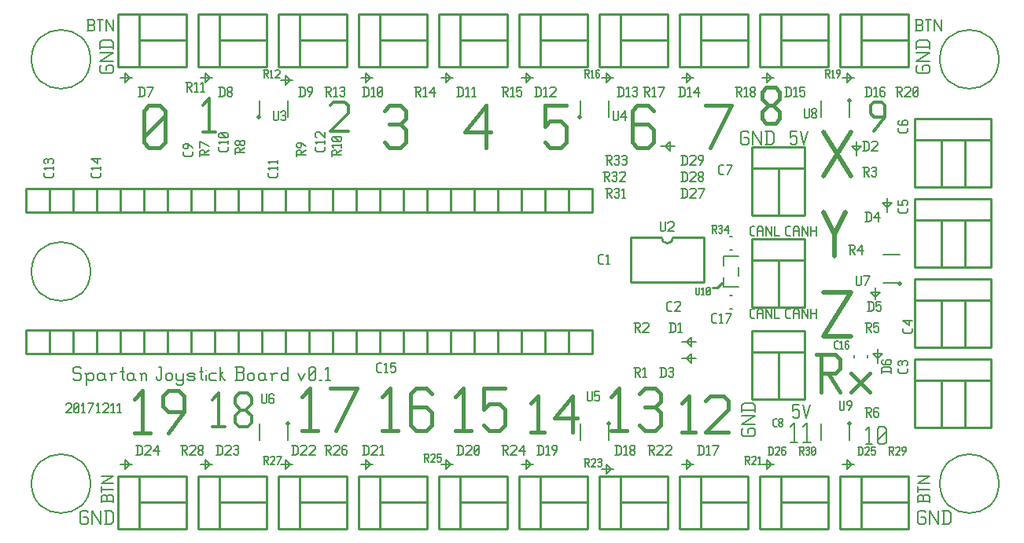
<source format=gbr>
G04 start of page 8 for group -4079 idx -4079 *
G04 Title: joystick-board, topsilk *
G04 Creator: pcb 20140316 *
G04 CreationDate: Mon 11 Dec 2017 05:03:33 PM GMT UTC *
G04 For: brian *
G04 Format: Gerber/RS-274X *
G04 PCB-Dimensions (mil): 6000.00 5000.00 *
G04 PCB-Coordinate-Origin: lower left *
%MOIN*%
%FSLAX25Y25*%
%LNTOPSILK*%
%ADD69C,0.0200*%
%ADD68C,0.0161*%
%ADD67C,0.0189*%
%ADD66C,0.0083*%
%ADD65C,0.0152*%
%ADD64C,0.0143*%
%ADD63C,0.0180*%
%ADD62C,0.0125*%
%ADD61C,0.0100*%
%ADD60C,0.0080*%
G54D60*X324000Y358000D02*X329000D01*
X328000D02*X326000Y360000D01*
Y356000D01*
X328000Y358000D01*
G54D61*X337000Y269000D02*X339000D01*
X341000Y271000D01*
G54D60*X358000Y358000D02*X363000D01*
X362000D02*X360000Y360000D01*
Y356000D01*
X362000Y358000D01*
X315000Y329000D02*X321000D01*
X317000D02*X319000Y327000D01*
Y331000D02*Y327000D01*
Y331000D02*X317000Y329000D01*
X392000Y358000D02*X397000D01*
X396000D02*X394000Y360000D01*
Y356000D01*
X396000Y358000D01*
X398000Y331000D02*Y325000D01*
Y327000D02*X400000Y329000D01*
X396000D02*X400000D01*
X396000D02*X398000Y327000D01*
X411000Y307000D02*Y301000D01*
Y303000D02*X413000Y305000D01*
X409000D02*X413000D01*
X409000D02*X411000Y303000D01*
X406000Y269000D02*Y264000D01*
Y265000D02*X408000Y267000D01*
X404000D02*X408000D01*
X404000D02*X406000Y265000D01*
X188000Y358000D02*X193000D01*
X192000D02*X190000Y360000D01*
Y356000D01*
X192000Y358000D01*
X222000D02*X227000D01*
X226000D02*X224000Y360000D01*
Y356000D01*
X226000Y358000D01*
X154000Y357000D02*X159000D01*
X158000D02*X156000Y359000D01*
Y355000D01*
X158000Y357000D01*
X120000Y358000D02*X125000D01*
X124000D02*X122000Y360000D01*
Y356000D01*
X124000Y358000D01*
X86000D02*X91000D01*
X90000D02*X88000Y360000D01*
Y356000D01*
X90000Y358000D01*
X256000D02*X261000D01*
X260000D02*X258000Y360000D01*
Y356000D01*
X260000Y358000D01*
X290000D02*X295000D01*
X294000D02*X292000Y360000D01*
Y356000D01*
X294000Y358000D01*
X86000Y194000D02*X91000D01*
X90000D02*X88000Y196000D01*
Y192000D01*
X90000Y194000D01*
X120000D02*X125000D01*
X124000D02*X122000Y196000D01*
Y192000D01*
X124000Y194000D01*
X154000D02*X159000D01*
X158000D02*X156000Y196000D01*
Y192000D01*
X158000Y194000D01*
X188000D02*X193000D01*
X192000D02*X190000Y196000D01*
Y192000D01*
X192000Y194000D01*
X222000D02*X227000D01*
X256000D02*X261000D01*
X260000D02*X258000Y196000D01*
Y192000D01*
X260000Y194000D01*
X226000D02*X224000Y196000D01*
Y192000D01*
X226000Y194000D01*
X290000Y192000D02*X295000D01*
X294000D02*X292000Y194000D01*
Y190000D01*
X294000Y192000D01*
X324000Y194000D02*X329000D01*
X328000D02*X326000Y196000D01*
Y192000D01*
X328000Y194000D01*
X324000Y239000D02*X330000D01*
X324000Y246000D02*X330000D01*
X326000D02*X328000Y244000D01*
Y248000D02*Y244000D01*
Y248000D02*X326000Y246000D01*
Y239000D02*X328000Y237000D01*
Y241000D02*Y237000D01*
Y241000D02*X326000Y239000D01*
X358000Y194000D02*X363000D01*
X362000D02*X360000Y196000D01*
Y192000D01*
X362000Y194000D01*
X392000D02*X397000D01*
X396000D02*X394000Y196000D01*
Y192000D01*
X396000Y194000D01*
X407000Y243000D02*Y237000D01*
Y239000D02*X409000Y241000D01*
X405000D02*X409000D01*
X405000D02*X407000Y239000D01*
X68840Y235580D02*X69550Y234870D01*
X66710Y235580D02*X68840D01*
X66000Y234870D02*X66710Y235580D01*
X66000Y234870D02*Y233450D01*
X66710Y232740D01*
X68840D01*
X69550Y232030D01*
Y230610D01*
X68840Y229900D02*X69550Y230610D01*
X66710Y229900D02*X68840D01*
X66000Y230610D02*X66710Y229900D01*
X71964Y232030D02*Y227770D01*
X71254Y232740D02*X71964Y232030D01*
X72674Y232740D01*
X74094D01*
X74804Y232030D01*
Y230610D01*
X74094Y229900D02*X74804Y230610D01*
X72674Y229900D02*X74094D01*
X71964Y230610D02*X72674Y229900D01*
X78638Y232740D02*X79348Y232030D01*
X77218Y232740D02*X78638D01*
X76508Y232030D02*X77218Y232740D01*
X76508Y232030D02*Y230610D01*
X77218Y229900D01*
X79348Y232740D02*Y230610D01*
X80058Y229900D01*
X77218D02*X78638D01*
X79348Y230610D01*
X82472Y232030D02*Y229900D01*
Y232030D02*X83182Y232740D01*
X84602D01*
X81762D02*X82472Y232030D01*
X87016Y235580D02*Y230610D01*
X87726Y229900D01*
X86306Y233450D02*X87726D01*
X91276Y232740D02*X91986Y232030D01*
X89856Y232740D02*X91276D01*
X89146Y232030D02*X89856Y232740D01*
X89146Y232030D02*Y230610D01*
X89856Y229900D01*
X91986Y232740D02*Y230610D01*
X92696Y229900D01*
X89856D02*X91276D01*
X91986Y230610D01*
X95110Y232030D02*Y229900D01*
Y232030D02*X95820Y232740D01*
X96530D01*
X97240Y232030D01*
Y229900D01*
X94400Y232740D02*X95110Y232030D01*
X102494Y235580D02*X103630D01*
Y230610D01*
X102920Y229900D02*X103630Y230610D01*
X102210Y229900D02*X102920D01*
X101500Y230610D02*X102210Y229900D01*
X101500Y231320D02*Y230610D01*
X105334Y232030D02*Y230610D01*
Y232030D02*X106044Y232740D01*
X107464D01*
X108174Y232030D01*
Y230610D01*
X107464Y229900D02*X108174Y230610D01*
X106044Y229900D02*X107464D01*
X105334Y230610D02*X106044Y229900D01*
X109878Y232740D02*Y230610D01*
X110588Y229900D01*
X112718Y232740D02*Y228480D01*
X112008Y227770D02*X112718Y228480D01*
X110588Y227770D02*X112008D01*
X109878Y228480D02*X110588Y227770D01*
Y229900D02*X112008D01*
X112718Y230610D01*
X115132Y229900D02*X117262D01*
X117972Y230610D01*
X117262Y231320D02*X117972Y230610D01*
X115132Y231320D02*X117262D01*
X114422Y232030D02*X115132Y231320D01*
X114422Y232030D02*X115132Y232740D01*
X117262D01*
X117972Y232030D01*
X114422Y230610D02*X115132Y229900D01*
X120386Y235580D02*Y230610D01*
X121096Y229900D01*
X119676Y233450D02*X121096D01*
X122516Y234160D02*Y234018D01*
Y232030D02*Y229900D01*
X124646Y232740D02*X126776D01*
X123936Y232030D02*X124646Y232740D01*
X123936Y232030D02*Y230610D01*
X124646Y229900D01*
X126776D01*
X128480Y235580D02*Y229900D01*
Y232030D02*X130610Y229900D01*
X128480Y232030D02*X129900Y233450D01*
X134870Y229900D02*X137710D01*
X138420Y230610D01*
Y232314D02*Y230610D01*
X137710Y233024D02*X138420Y232314D01*
X135580Y233024D02*X137710D01*
X135580Y235580D02*Y229900D01*
X134870Y235580D02*X137710D01*
X138420Y234870D01*
Y233734D01*
X137710Y233024D02*X138420Y233734D01*
X140124Y232030D02*Y230610D01*
Y232030D02*X140834Y232740D01*
X142254D01*
X142964Y232030D01*
Y230610D01*
X142254Y229900D02*X142964Y230610D01*
X140834Y229900D02*X142254D01*
X140124Y230610D02*X140834Y229900D01*
X146798Y232740D02*X147508Y232030D01*
X145378Y232740D02*X146798D01*
X144668Y232030D02*X145378Y232740D01*
X144668Y232030D02*Y230610D01*
X145378Y229900D01*
X147508Y232740D02*Y230610D01*
X148218Y229900D01*
X145378D02*X146798D01*
X147508Y230610D01*
X150632Y232030D02*Y229900D01*
Y232030D02*X151342Y232740D01*
X152762D01*
X149922D02*X150632Y232030D01*
X157306Y235580D02*Y229900D01*
X156596D02*X157306Y230610D01*
X155176Y229900D02*X156596D01*
X154466Y230610D02*X155176Y229900D01*
X154466Y232030D02*Y230610D01*
Y232030D02*X155176Y232740D01*
X156596D01*
X157306Y232030D01*
X161566Y232740D02*X162986Y229900D01*
X164406Y232740D02*X162986Y229900D01*
X166110Y230610D02*X166820Y229900D01*
X166110Y234870D02*Y230610D01*
Y234870D02*X166820Y235580D01*
X168240D01*
X168950Y234870D01*
Y230610D01*
X168240Y229900D02*X168950Y230610D01*
X166820Y229900D02*X168240D01*
X166110Y231320D02*X168950Y234160D01*
X170654Y229900D02*X171364D01*
X173068Y234444D02*X174204Y235580D01*
Y229900D01*
X173068D02*X175198D01*
X63000Y219530D02*X63490Y220020D01*
X64960D01*
X65450Y219530D01*
Y218550D01*
X63000Y216100D02*X65450Y218550D01*
X63000Y216100D02*X65450D01*
X66626Y216590D02*X67116Y216100D01*
X66626Y219530D02*Y216590D01*
Y219530D02*X67116Y220020D01*
X68096D01*
X68586Y219530D01*
Y216590D01*
X68096Y216100D02*X68586Y216590D01*
X67116Y216100D02*X68096D01*
X66626Y217080D02*X68586Y219040D01*
X69762Y219236D02*X70546Y220020D01*
Y216100D01*
X69762D02*X71232D01*
X72898D02*X74858Y220020D01*
X72408D02*X74858D01*
X76034Y219236D02*X76818Y220020D01*
Y216100D01*
X76034D02*X77504D01*
X78680Y219530D02*X79170Y220020D01*
X80640D01*
X81130Y219530D01*
Y218550D01*
X78680Y216100D02*X81130Y218550D01*
X78680Y216100D02*X81130D01*
X82306Y219236D02*X83090Y220020D01*
Y216100D01*
X82306D02*X83776D01*
X84952Y219236D02*X85736Y220020D01*
Y216100D01*
X84952D02*X86422D01*
G54D62*X175000Y346320D02*X176560Y347880D01*
X181240D01*
X182800Y346320D01*
Y343200D01*
X175000Y335400D02*X182800Y343200D01*
X175000Y335400D02*X182800D01*
G54D63*X198000Y344250D02*X200250Y346500D01*
X204750D01*
X207000Y344250D01*
X204750Y328500D02*X207000Y330750D01*
X200250Y328500D02*X204750D01*
X198000Y330750D02*X200250Y328500D01*
Y338400D02*X204750D01*
X207000Y344250D02*Y340650D01*
Y336150D02*Y330750D01*
Y336150D02*X204750Y338400D01*
X207000Y340650D02*X204750Y338400D01*
X232000Y335250D02*X241000Y346500D01*
X232000Y335250D02*X243250D01*
X241000Y346500D02*Y328500D01*
G54D64*X125000Y221556D02*X127864Y224420D01*
Y210100D01*
X125000D02*X130370D01*
X134666Y211890D02*X136456Y210100D01*
X134666Y214754D02*Y211890D01*
Y214754D02*X137172Y217260D01*
X139320D01*
X141826Y214754D01*
Y211890D01*
X140036Y210100D02*X141826Y211890D01*
X136456Y210100D02*X140036D01*
X134666Y219766D02*X137172Y217260D01*
X134666Y222630D02*Y219766D01*
Y222630D02*X136456Y224420D01*
X140036D01*
X141826Y222630D01*
Y219766D01*
X139320Y217260D02*X141826Y219766D01*
G54D63*X163000Y222900D02*X166600Y226500D01*
Y208500D01*
X163000D02*X169750D01*
X177400D02*X186400Y226500D01*
X175150D02*X186400D01*
X197000Y222900D02*X200600Y226500D01*
Y208500D01*
X197000D02*X203750D01*
X215900Y226500D02*X218150Y224250D01*
X211400Y226500D02*X215900D01*
X209150Y224250D02*X211400Y226500D01*
X209150Y224250D02*Y210750D01*
X211400Y208500D01*
X215900Y218400D02*X218150Y216150D01*
X209150Y218400D02*X215900D01*
X211400Y208500D02*X215900D01*
X218150Y210750D01*
Y216150D02*Y210750D01*
X228000Y222900D02*X231600Y226500D01*
Y208500D01*
X228000D02*X234750D01*
X240150Y226500D02*X249150D01*
X240150D02*Y217500D01*
X242400Y219750D01*
X246900D01*
X249150Y217500D01*
Y210750D01*
X246900Y208500D02*X249150Y210750D01*
X242400Y208500D02*X246900D01*
X240150Y210750D02*X242400Y208500D01*
X96000Y330750D02*X98250Y328500D01*
X96000Y344250D02*Y330750D01*
Y344250D02*X98250Y346500D01*
X102750D01*
X105000Y344250D01*
Y330750D01*
X102750Y328500D02*X105000Y330750D01*
X98250Y328500D02*X102750D01*
X96000Y333000D02*X105000Y342000D01*
G54D64*X121000Y346556D02*X123864Y349420D01*
Y335100D01*
X121000D02*X126370D01*
G54D60*X77420Y362840D02*X78130Y363550D01*
X77420Y362840D02*Y360710D01*
X78130Y360000D02*X77420Y360710D01*
X78130Y360000D02*X82390D01*
X83100Y360710D01*
Y362840D02*Y360710D01*
Y362840D02*X82390Y363550D01*
X80970D02*X82390D01*
X80260Y362840D02*X80970Y363550D01*
X80260Y362840D02*Y361420D01*
X77420Y365254D02*X83100D01*
X77420D02*X83100Y368804D01*
X77420D02*X83100D01*
X77420Y371218D02*X83100D01*
X77420Y373064D02*X78414Y374058D01*
X82106D01*
X83100Y373064D02*X82106Y374058D01*
X83100Y373064D02*Y370508D01*
X77420Y373064D02*Y370508D01*
X72000Y378000D02*X74400D01*
X75000Y378600D01*
Y380040D02*Y378600D01*
X74400Y380640D02*X75000Y380040D01*
X72600Y380640D02*X74400D01*
X72600Y382800D02*Y378000D01*
X72000Y382800D02*X74400D01*
X75000Y382200D01*
Y381240D01*
X74400Y380640D02*X75000Y381240D01*
X76440Y382800D02*X78840D01*
X77640D02*Y378000D01*
X80280Y382800D02*Y378000D01*
Y382800D02*X83280Y378000D01*
Y382800D02*Y378000D01*
X71840Y174580D02*X72550Y173870D01*
X69710Y174580D02*X71840D01*
X69000Y173870D02*X69710Y174580D01*
X69000Y173870D02*Y169610D01*
X69710Y168900D01*
X71840D01*
X72550Y169610D01*
Y171030D02*Y169610D01*
X71840Y171740D02*X72550Y171030D01*
X70420Y171740D02*X71840D01*
X74254Y174580D02*Y168900D01*
Y174580D02*X77804Y168900D01*
Y174580D02*Y168900D01*
X80218Y174580D02*Y168900D01*
X82064Y174580D02*X83058Y173586D01*
Y169894D01*
X82064Y168900D02*X83058Y169894D01*
X79508Y168900D02*X82064D01*
X79508Y174580D02*X82064D01*
X83000Y180400D02*Y178000D01*
Y180400D02*X82400Y181000D01*
X80960D02*X82400D01*
X80360Y180400D02*X80960Y181000D01*
X80360Y180400D02*Y178600D01*
X78200D02*X83000D01*
X78200Y180400D02*Y178000D01*
Y180400D02*X78800Y181000D01*
X79760D01*
X80360Y180400D02*X79760Y181000D01*
X78200Y184840D02*Y182440D01*
Y183640D02*X83000D01*
X78200Y186280D02*X83000D01*
X78200D02*X83000Y189280D01*
X78200D02*X83000D01*
G54D63*X92000Y221900D02*X95600Y225500D01*
Y207500D01*
X92000D02*X98750D01*
X106400D02*X113150Y216500D01*
Y223250D02*Y216500D01*
X110900Y225500D02*X113150Y223250D01*
X106400Y225500D02*X110900D01*
X104150Y223250D02*X106400Y225500D01*
X104150Y223250D02*Y218750D01*
X106400Y216500D01*
X113150D01*
X266000Y346500D02*X275000D01*
X266000D02*Y337500D01*
X268250Y339750D01*
X272750D01*
X275000Y337500D01*
Y330750D01*
X272750Y328500D02*X275000Y330750D01*
X268250Y328500D02*X272750D01*
X266000Y330750D02*X268250Y328500D01*
X309750Y346500D02*X312000Y344250D01*
X305250Y346500D02*X309750D01*
X303000Y344250D02*X305250Y346500D01*
X303000Y344250D02*Y330750D01*
X305250Y328500D01*
X309750Y338400D02*X312000Y336150D01*
X303000Y338400D02*X309750D01*
X305250Y328500D02*X309750D01*
X312000Y330750D01*
Y336150D02*Y330750D01*
X336250Y328500D02*X345250Y346500D01*
X334000D02*X345250D01*
G54D60*X351840Y335580D02*X352550Y334870D01*
X349710Y335580D02*X351840D01*
X349000Y334870D02*X349710Y335580D01*
X349000Y334870D02*Y330610D01*
X349710Y329900D01*
X351840D01*
X352550Y330610D01*
Y332030D02*Y330610D01*
X351840Y332740D02*X352550Y332030D01*
X350420Y332740D02*X351840D01*
X354254Y335580D02*Y329900D01*
Y335580D02*X357804Y329900D01*
Y335580D02*Y329900D01*
X360218Y335580D02*Y329900D01*
X362064Y335580D02*X363058Y334586D01*
Y330894D01*
X362064Y329900D02*X363058Y330894D01*
X359508Y329900D02*X362064D01*
X359508Y335580D02*X362064D01*
G54D65*X358000Y340855D02*X359905Y338950D01*
X358000Y343903D02*Y340855D01*
Y343903D02*X360667Y346570D01*
X362953D01*
X365620Y343903D01*
Y340855D01*
X363715Y338950D02*X365620Y340855D01*
X359905Y338950D02*X363715D01*
X358000Y349237D02*X360667Y346570D01*
X358000Y352285D02*Y349237D01*
Y352285D02*X359905Y354190D01*
X363715D01*
X365620Y352285D01*
Y349237D01*
X362953Y346570D02*X365620Y349237D01*
G54D62*X405560Y335400D02*X410240Y341640D01*
Y346320D02*Y341640D01*
X408680Y347880D02*X410240Y346320D01*
X405560Y347880D02*X408680D01*
X404000Y346320D02*X405560Y347880D01*
X404000Y346320D02*Y343200D01*
X405560Y341640D01*
X410240D01*
G54D60*X423420Y362840D02*X424130Y363550D01*
X423420Y362840D02*Y360710D01*
X424130Y360000D02*X423420Y360710D01*
X424130Y360000D02*X428390D01*
X429100Y360710D01*
Y362840D02*Y360710D01*
Y362840D02*X428390Y363550D01*
X426970D02*X428390D01*
X426260Y362840D02*X426970Y363550D01*
X426260Y362840D02*Y361420D01*
X423420Y365254D02*X429100D01*
X423420D02*X429100Y368804D01*
X423420D02*X429100D01*
X423420Y371218D02*X429100D01*
X423420Y373064D02*X424414Y374058D01*
X428106D01*
X429100Y373064D02*X428106Y374058D01*
X429100Y373064D02*Y370508D01*
X423420Y373064D02*Y370508D01*
X423000Y378000D02*X425400D01*
X426000Y378600D01*
Y380040D02*Y378600D01*
X425400Y380640D02*X426000Y380040D01*
X423600Y380640D02*X425400D01*
X423600Y382800D02*Y378000D01*
X423000Y382800D02*X425400D01*
X426000Y382200D01*
Y381240D01*
X425400Y380640D02*X426000Y381240D01*
X427440Y382800D02*X429840D01*
X428640D02*Y378000D01*
X431280Y382800D02*Y378000D01*
Y382800D02*X434280Y378000D01*
Y382800D02*Y378000D01*
X370000Y335580D02*X372840D01*
X370000D02*Y332740D01*
X370710Y333450D01*
X372130D01*
X372840Y332740D01*
Y330610D01*
X372130Y329900D02*X372840Y330610D01*
X370710Y329900D02*X372130D01*
X370000Y330610D02*X370710Y329900D01*
X374544Y335580D02*X375964Y329900D01*
X377384Y335580D01*
X426840Y174580D02*X427550Y173870D01*
X424710Y174580D02*X426840D01*
X424000Y173870D02*X424710Y174580D01*
X424000Y173870D02*Y169610D01*
X424710Y168900D01*
X426840D01*
X427550Y169610D01*
Y171030D02*Y169610D01*
X426840Y171740D02*X427550Y171030D01*
X425420Y171740D02*X426840D01*
X429254Y174580D02*Y168900D01*
Y174580D02*X432804Y168900D01*
Y174580D02*Y168900D01*
X435218Y174580D02*Y168900D01*
X437064Y174580D02*X438058Y173586D01*
Y169894D01*
X437064Y168900D02*X438058Y169894D01*
X434508Y168900D02*X437064D01*
X434508Y174580D02*X437064D01*
X429000Y180400D02*Y178000D01*
Y180400D02*X428400Y181000D01*
X426960D02*X428400D01*
X426360Y180400D02*X426960Y181000D01*
X426360Y180400D02*Y178600D01*
X424200D02*X429000D01*
X424200Y180400D02*Y178000D01*
Y180400D02*X424800Y181000D01*
X425760D01*
X426360Y180400D02*X425760Y181000D01*
X424200Y184840D02*Y182440D01*
Y183640D02*X429000D01*
X424200Y186280D02*X429000D01*
X424200D02*X429000Y189280D01*
X424200D02*X429000D01*
G54D65*X260000Y220142D02*X263048Y223190D01*
Y207950D01*
X260000D02*X265715D01*
X270287Y213665D02*X277907Y223190D01*
X270287Y213665D02*X279812D01*
X277907Y223190D02*Y207950D01*
G54D63*X294000Y222900D02*X297600Y226500D01*
Y208500D01*
X294000D02*X300750D01*
X306150Y224250D02*X308400Y226500D01*
X312900D01*
X315150Y224250D01*
X312900Y208500D02*X315150Y210750D01*
X308400Y208500D02*X312900D01*
X306150Y210750D02*X308400Y208500D01*
Y218400D02*X312900D01*
X315150Y224250D02*Y220650D01*
Y216150D02*Y210750D01*
Y216150D02*X312900Y218400D01*
X315150Y220650D02*X312900Y218400D01*
G54D65*X324000Y220142D02*X327048Y223190D01*
Y207950D01*
X324000D02*X329715D01*
X334287Y221285D02*X336192Y223190D01*
X341907D01*
X343812Y221285D01*
Y217475D01*
X334287Y207950D02*X343812Y217475D01*
X334287Y207950D02*X343812D01*
G54D60*X349420Y208840D02*X350130Y209550D01*
X349420Y208840D02*Y206710D01*
X350130Y206000D02*X349420Y206710D01*
X350130Y206000D02*X354390D01*
X355100Y206710D01*
Y208840D02*Y206710D01*
Y208840D02*X354390Y209550D01*
X352970D02*X354390D01*
X352260Y208840D02*X352970Y209550D01*
X352260Y208840D02*Y207420D01*
X349420Y211254D02*X355100D01*
X349420D02*X355100Y214804D01*
X349420D02*X355100D01*
X349420Y217218D02*X355100D01*
X349420Y219064D02*X350414Y220058D01*
X354106D01*
X355100Y219064D02*X354106Y220058D01*
X355100Y219064D02*Y216508D01*
X349420Y219064D02*Y216508D01*
X371000Y219580D02*X373840D01*
X371000D02*Y216740D01*
X371710Y217450D01*
X373130D01*
X373840Y216740D01*
Y214610D01*
X373130Y213900D02*X373840Y214610D01*
X371710Y213900D02*X373130D01*
X371000Y214610D02*X371710Y213900D01*
X375544Y219580D02*X376964Y213900D01*
X378384Y219580D01*
G54D66*X370000Y210256D02*X371664Y211920D01*
Y203600D01*
X370000D02*X373120D01*
X375616Y210256D02*X377280Y211920D01*
Y203600D01*
X375616D02*X378736D01*
G54D60*X402000Y208652D02*X403488Y210140D01*
Y202700D01*
X402000D02*X404790D01*
X407022Y203630D02*X407952Y202700D01*
X407022Y209210D02*Y203630D01*
Y209210D02*X407952Y210140D01*
X409812D01*
X410742Y209210D01*
Y203630D01*
X409812Y202700D02*X410742Y203630D01*
X407952Y202700D02*X409812D01*
X407022Y204560D02*X410742Y208280D01*
G54D67*X384000Y316400D02*X395800Y335280D01*
X384000D02*X395800Y316400D01*
X384000Y301280D02*X388720Y291840D01*
X393440Y301280D01*
X388720Y291840D02*Y282400D01*
X384000Y267280D02*X395800D01*
X384000Y248400D02*X395800Y267280D01*
X384000Y248400D02*X395800D01*
G54D68*X381000Y240970D02*X389060D01*
X391075Y238955D01*
Y234925D01*
X389060Y232910D02*X391075Y234925D01*
X383015Y232910D02*X389060D01*
X383015Y240970D02*Y224850D01*
X386239Y232910D02*X391075Y224850D01*
X395911Y232910D02*X403971Y224850D01*
X395911D02*X403971Y232910D01*
G54D60*X353686Y256100D02*X354960D01*
X353000Y256786D02*X353686Y256100D01*
X353000Y259334D02*Y256786D01*
Y259334D02*X353686Y260020D01*
X354960D01*
X356136Y259040D02*Y256100D01*
Y259040D02*X356822Y260020D01*
X357900D01*
X358586Y259040D01*
Y256100D01*
X356136Y258060D02*X358586D01*
X359762Y260020D02*Y256100D01*
Y260020D02*X362212Y256100D01*
Y260020D02*Y256100D01*
X363388Y260020D02*Y256100D01*
X365348D01*
X368974D02*X370248D01*
X368288Y256786D02*X368974Y256100D01*
X368288Y259334D02*Y256786D01*
Y259334D02*X368974Y260020D01*
X370248D01*
X371424Y259040D02*Y256100D01*
Y259040D02*X372110Y260020D01*
X373188D01*
X373874Y259040D01*
Y256100D01*
X371424Y258060D02*X373874D01*
X375050Y260020D02*Y256100D01*
Y260020D02*X377500Y256100D01*
Y260020D02*Y256100D01*
X378676Y260020D02*Y256100D01*
X381126Y260020D02*Y256100D01*
X378676Y258060D02*X381126D01*
X353686Y291100D02*X354960D01*
X353000Y291786D02*X353686Y291100D01*
X353000Y294334D02*Y291786D01*
Y294334D02*X353686Y295020D01*
X354960D01*
X356136Y294040D02*Y291100D01*
Y294040D02*X356822Y295020D01*
X357900D01*
X358586Y294040D01*
Y291100D01*
X356136Y293060D02*X358586D01*
X359762Y295020D02*Y291100D01*
Y295020D02*X362212Y291100D01*
Y295020D02*Y291100D01*
X363388Y295020D02*Y291100D01*
X365348D01*
X368974D02*X370248D01*
X368288Y291786D02*X368974Y291100D01*
X368288Y294334D02*Y291786D01*
Y294334D02*X368974Y295020D01*
X370248D01*
X371424Y294040D02*Y291100D01*
Y294040D02*X372110Y295020D01*
X373188D01*
X373874Y294040D01*
Y291100D01*
X371424Y293060D02*X373874D01*
X375050Y295020D02*Y291100D01*
Y295020D02*X377500Y291100D01*
Y295020D02*Y291100D01*
X378676Y295020D02*Y291100D01*
X381126Y295020D02*Y291100D01*
X378676Y293060D02*X381126D01*
G54D61*X302500Y290500D02*Y271500D01*
X333500D01*
Y290500D01*
X302500D02*X315500D01*
X333500D02*X320500D01*
X315500D02*G75*G03X320500Y290500I2500J0D01*G01*
G54D60*X341673Y273638D02*Y269622D01*
X348327D01*
X341673Y282378D02*Y278362D01*
Y282378D02*X348327D01*
Y277969D02*Y274031D01*
X344607Y265755D02*X345393D01*
X344607Y260245D02*X345393D01*
G54D61*X353800Y328700D02*Y299700D01*
X376200Y328700D02*Y299700D01*
Y328700D02*X353800D01*
Y319700D02*X376200D01*
X365000Y299700D02*Y319700D01*
X353800Y299700D02*X376200D01*
G54D60*X344607Y285245D02*X345393D01*
X344607Y290755D02*X345393D01*
G54D61*X357300Y362800D02*X386300D01*
X357300Y385200D02*X386300D01*
X357300D02*Y362800D01*
X366300Y385200D02*Y362800D01*
Y374000D02*X386300D01*
Y385200D02*Y362800D01*
X391300D02*X420300D01*
X391300Y385200D02*X420300D01*
X391300D02*Y362800D01*
X400300Y385200D02*Y362800D01*
Y374000D02*X420300D01*
Y385200D02*Y362800D01*
G54D60*X433500Y366000D02*G75*G03X433500Y366000I12500J0D01*G01*
G54D61*X422800Y340700D02*Y311700D01*
X455200Y340700D02*Y311700D01*
Y340700D02*X422800D01*
Y331700D02*X455200D01*
X434000Y311700D02*Y331700D01*
X444000Y311700D02*Y331700D01*
X422800Y311700D02*X455200D01*
G54D69*X395299Y348543D03*
G54D60*X382996Y348445D02*Y341555D01*
X395004Y348445D02*Y341555D01*
G54D61*X422800Y306700D02*Y277700D01*
X455200Y306700D02*Y277700D01*
Y306700D02*X422800D01*
Y297700D02*X455200D01*
X434000Y277700D02*Y297700D01*
X444000Y277700D02*Y297700D01*
X422800Y277700D02*X455200D01*
X289300Y166800D02*X318300D01*
X289300Y189200D02*X318300D01*
X289300D02*Y166800D01*
X298300Y189200D02*Y166800D01*
Y178000D02*X318300D01*
Y189200D02*Y166800D01*
X323300D02*X352300D01*
X323300Y189200D02*X352300D01*
X323300D02*Y166800D01*
X332300Y189200D02*Y166800D01*
Y178000D02*X352300D01*
Y189200D02*Y166800D01*
X353800Y289700D02*Y260700D01*
X376200Y289700D02*Y260700D01*
X353800Y289700D02*X376200D01*
X353800Y280700D02*X376200D01*
X365000D02*Y260700D01*
X353800D02*X376200D01*
X353800Y250700D02*Y221700D01*
X376200Y250700D02*Y221700D01*
Y250700D02*X353800D01*
Y241700D02*X376200D01*
X365000Y221700D02*Y241700D01*
X353800Y221700D02*X376200D01*
G54D69*X416543Y270701D03*
G54D60*X409555Y283004D02*X416445D01*
X409555Y270996D02*X416445D01*
X402755Y240393D02*Y239607D01*
X397245Y240393D02*Y239607D01*
G54D61*X357300Y166800D02*X386300D01*
X357300Y189200D02*X386300D01*
X357300D02*Y166800D01*
X366300Y189200D02*Y166800D01*
Y178000D02*X386300D01*
Y189200D02*Y166800D01*
X422800Y238700D02*Y209700D01*
X455200Y238700D02*Y209700D01*
Y238700D02*X422800D01*
Y229700D02*X455200D01*
X434000Y209700D02*Y229700D01*
X444000Y209700D02*Y229700D01*
X422800Y209700D02*X455200D01*
X422800Y272700D02*Y243700D01*
X455200Y272700D02*Y243700D01*
Y272700D02*X422800D01*
Y263700D02*X455200D01*
X434000Y243700D02*Y263700D01*
X444000Y243700D02*Y263700D01*
X422800Y243700D02*X455200D01*
G54D69*X395299Y211543D03*
G54D60*X382996Y211445D02*Y204555D01*
X395004Y211445D02*Y204555D01*
G54D61*X391300Y166800D02*X420300D01*
X391300Y189200D02*X420300D01*
X391300D02*Y166800D01*
X400300Y189200D02*Y166800D01*
Y178000D02*X420300D01*
Y189200D02*Y166800D01*
G54D60*X433500Y186000D02*G75*G03X433500Y186000I12500J0D01*G01*
G54D61*X289300Y362800D02*X318300D01*
X289300Y385200D02*X318300D01*
X289300D02*Y362800D01*
X298300Y385200D02*Y362800D01*
Y374000D02*X318300D01*
Y385200D02*Y362800D01*
X323300D02*X352300D01*
X323300Y385200D02*X352300D01*
X323300D02*Y362800D01*
X332300Y385200D02*Y362800D01*
Y374000D02*X352300D01*
Y385200D02*Y362800D01*
X255300D02*X284300D01*
X255300Y385200D02*X284300D01*
X255300D02*Y362800D01*
X264300Y385200D02*Y362800D01*
Y374000D02*X284300D01*
Y385200D02*Y362800D01*
G54D69*X280701Y341457D03*
G54D60*X293004Y341555D02*Y348445D01*
X280996Y341555D02*Y348445D01*
G54D61*X46000Y301000D02*X286000D01*
Y311000D02*X46000D01*
Y301000D02*Y311000D01*
X56000Y301000D02*Y311000D01*
X66000Y301000D02*Y311000D01*
X76000Y301000D02*Y311000D01*
X86000Y301000D02*Y311000D01*
X96000Y301000D02*Y311000D01*
X106000Y301000D02*Y311000D01*
X116000Y301000D02*Y311000D01*
X126000Y301000D02*Y311000D01*
X136000Y301000D02*Y311000D01*
X146000Y301000D02*Y311000D01*
X156000Y301000D02*Y311000D01*
X166000Y301000D02*Y311000D01*
X176000Y301000D02*Y311000D01*
X186000Y301000D02*Y311000D01*
X196000Y301000D02*Y311000D01*
X206000Y301000D02*Y311000D01*
X216000Y301000D02*Y311000D01*
X226000Y301000D02*Y311000D01*
X236000Y301000D02*Y311000D01*
X246000Y301000D02*Y311000D01*
X256000Y301000D02*Y311000D01*
X266000Y301000D02*Y311000D01*
X276000Y301000D02*Y311000D01*
X286000Y301000D02*Y311000D01*
X46000Y241000D02*X286000D01*
Y251000D02*X46000D01*
Y241000D02*Y251000D01*
X56000Y241000D02*Y251000D01*
X66000Y241000D02*Y251000D01*
X76000Y241000D02*Y251000D01*
X86000Y241000D02*Y251000D01*
X96000Y241000D02*Y251000D01*
X106000Y241000D02*Y251000D01*
X116000Y241000D02*Y251000D01*
X126000Y241000D02*Y251000D01*
X136000Y241000D02*Y251000D01*
X146000Y241000D02*Y251000D01*
X156000Y241000D02*Y251000D01*
X166000Y241000D02*Y251000D01*
X176000Y241000D02*Y251000D01*
X186000Y241000D02*Y251000D01*
X196000Y241000D02*Y251000D01*
X206000Y241000D02*Y251000D01*
X216000Y241000D02*Y251000D01*
X226000Y241000D02*Y251000D01*
X236000Y241000D02*Y251000D01*
X246000Y241000D02*Y251000D01*
X256000Y241000D02*Y251000D01*
X266000Y241000D02*Y251000D01*
X276000Y241000D02*Y251000D01*
X286000Y241000D02*Y251000D01*
G54D60*X48500Y276000D02*G75*G03X48500Y276000I12500J0D01*G01*
G54D61*X187300Y166800D02*X216300D01*
X187300Y189200D02*X216300D01*
X187300D02*Y166800D01*
X196300Y189200D02*Y166800D01*
Y178000D02*X216300D01*
Y189200D02*Y166800D01*
X221300D02*X250300D01*
X221300Y189200D02*X250300D01*
X221300D02*Y166800D01*
X230300Y189200D02*Y166800D01*
Y178000D02*X250300D01*
Y189200D02*Y166800D01*
X255300D02*X284300D01*
X255300Y189200D02*X284300D01*
X255300D02*Y166800D01*
X264300Y189200D02*Y166800D01*
Y178000D02*X284300D01*
Y189200D02*Y166800D01*
G54D69*X293299Y211543D03*
G54D60*X280996Y211445D02*Y204555D01*
X293004Y211445D02*Y204555D01*
G54D61*X221300Y362800D02*X250300D01*
X221300Y385200D02*X250300D01*
X221300D02*Y362800D01*
X230300Y385200D02*Y362800D01*
Y374000D02*X250300D01*
Y385200D02*Y362800D01*
X187300D02*X216300D01*
X187300Y385200D02*X216300D01*
X187300D02*Y362800D01*
X196300Y385200D02*Y362800D01*
Y374000D02*X216300D01*
Y385200D02*Y362800D01*
X85300Y166800D02*X114300D01*
X85300Y189200D02*X114300D01*
X85300D02*Y166800D01*
X94300Y189200D02*Y166800D01*
Y178000D02*X114300D01*
Y189200D02*Y166800D01*
X119300D02*X148300D01*
X119300Y189200D02*X148300D01*
X119300D02*Y166800D01*
X128300Y189200D02*Y166800D01*
Y178000D02*X148300D01*
Y189200D02*Y166800D01*
X153300D02*X182300D01*
X153300Y189200D02*X182300D01*
X153300D02*Y166800D01*
X162300Y189200D02*Y166800D01*
Y178000D02*X182300D01*
Y189200D02*Y166800D01*
G54D60*X48500Y186000D02*G75*G03X48500Y186000I12500J0D01*G01*
G54D69*X157299Y211543D03*
G54D60*X144996Y211445D02*Y204555D01*
X157004Y211445D02*Y204555D01*
G54D69*X144701Y341457D03*
G54D60*X157004Y341555D02*Y348445D01*
X144996Y341555D02*Y348445D01*
G54D61*X153300Y362800D02*X182300D01*
X153300Y385200D02*X182300D01*
X153300D02*Y362800D01*
X162300Y385200D02*Y362800D01*
Y374000D02*X182300D01*
Y385200D02*Y362800D01*
X119300D02*X148300D01*
X119300Y385200D02*X148300D01*
X119300D02*Y362800D01*
X128300Y385200D02*Y362800D01*
Y374000D02*X148300D01*
Y385200D02*Y362800D01*
X85300D02*X114300D01*
X85300Y385200D02*X114300D01*
X85300D02*Y362800D01*
X94300Y385200D02*Y362800D01*
Y374000D02*X114300D01*
Y385200D02*Y362800D01*
G54D60*X48500Y366000D02*G75*G03X48500Y366000I12500J0D01*G01*
X93350Y202150D02*Y198150D01*
X94650Y202150D02*X95350Y201450D01*
Y198850D01*
X94650Y198150D02*X95350Y198850D01*
X92850Y198150D02*X94650D01*
X92850Y202150D02*X94650D01*
X96550Y201650D02*X97050Y202150D01*
X98550D01*
X99050Y201650D01*
Y200650D01*
X96550Y198150D02*X99050Y200650D01*
X96550Y198150D02*X99050D01*
X100250Y199650D02*X102250Y202150D01*
X100250Y199650D02*X102750D01*
X102250Y202150D02*Y198150D01*
X127350Y202150D02*Y198150D01*
X128650Y202150D02*X129350Y201450D01*
Y198850D01*
X128650Y198150D02*X129350Y198850D01*
X126850Y198150D02*X128650D01*
X126850Y202150D02*X128650D01*
X130550Y201650D02*X131050Y202150D01*
X132550D01*
X133050Y201650D01*
Y200650D01*
X130550Y198150D02*X133050Y200650D01*
X130550Y198150D02*X133050D01*
X134250Y201650D02*X134750Y202150D01*
X135750D01*
X136250Y201650D01*
X135750Y198150D02*X136250Y198650D01*
X134750Y198150D02*X135750D01*
X134250Y198650D02*X134750Y198150D01*
Y200350D02*X135750D01*
X136250Y201650D02*Y200850D01*
Y199850D02*Y198650D01*
Y199850D02*X135750Y200350D01*
X136250Y200850D02*X135750Y200350D01*
X111850Y202150D02*X113850D01*
X114350Y201650D01*
Y200650D01*
X113850Y200150D02*X114350Y200650D01*
X112350Y200150D02*X113850D01*
X112350Y202150D02*Y198150D01*
X113150Y200150D02*X114350Y198150D01*
X115550Y201650D02*X116050Y202150D01*
X117550D01*
X118050Y201650D01*
Y200650D01*
X115550Y198150D02*X118050Y200650D01*
X115550Y198150D02*X118050D01*
X119250Y198650D02*X119750Y198150D01*
X119250Y199450D02*Y198650D01*
Y199450D02*X119950Y200150D01*
X120550D01*
X121250Y199450D01*
Y198650D01*
X120750Y198150D02*X121250Y198650D01*
X119750Y198150D02*X120750D01*
X119250Y200850D02*X119950Y200150D01*
X119250Y201650D02*Y200850D01*
Y201650D02*X119750Y202150D01*
X120750D01*
X121250Y201650D01*
Y200850D01*
X120550Y200150D02*X121250Y200850D01*
X146000Y224000D02*Y220500D01*
X146500Y220000D01*
X147500D01*
X148000Y220500D01*
Y224000D02*Y220500D01*
X150700Y224000D02*X151200Y223500D01*
X149700Y224000D02*X150700D01*
X149200Y223500D02*X149700Y224000D01*
X149200Y223500D02*Y220500D01*
X149700Y220000D01*
X150700Y222200D02*X151200Y221700D01*
X149200Y222200D02*X150700D01*
X149700Y220000D02*X150700D01*
X151200Y220500D01*
Y221700D02*Y220500D01*
X146850Y197380D02*X148390D01*
X148775Y196995D01*
Y196225D01*
X148390Y195840D02*X148775Y196225D01*
X147235Y195840D02*X148390D01*
X147235Y197380D02*Y194300D01*
X147851Y195840D02*X148775Y194300D01*
X149699Y196995D02*X150084Y197380D01*
X151239D01*
X151624Y196995D01*
Y196225D01*
X149699Y194300D02*X151624Y196225D01*
X149699Y194300D02*X151624D01*
X152933D02*X154473Y197380D01*
X152548D02*X154473D01*
X159350Y202150D02*Y198150D01*
X160650Y202150D02*X161350Y201450D01*
Y198850D01*
X160650Y198150D02*X161350Y198850D01*
X158850Y198150D02*X160650D01*
X158850Y202150D02*X160650D01*
X162550Y201650D02*X163050Y202150D01*
X164550D01*
X165050Y201650D01*
Y200650D01*
X162550Y198150D02*X165050Y200650D01*
X162550Y198150D02*X165050D01*
X166250Y201650D02*X166750Y202150D01*
X168250D01*
X168750Y201650D01*
Y200650D01*
X166250Y198150D02*X168750Y200650D01*
X166250Y198150D02*X168750D01*
X77850Y317850D02*Y316550D01*
X77150Y315850D02*X77850Y316550D01*
X74550Y315850D02*X77150D01*
X74550D02*X73850Y316550D01*
Y317850D02*Y316550D01*
X74650Y319050D02*X73850Y319850D01*
X77850D01*
Y320550D02*Y319050D01*
X76350Y321750D02*X73850Y323750D01*
X76350Y324250D02*Y321750D01*
X73850Y323750D02*X77850D01*
X57850Y317850D02*Y316550D01*
X57150Y315850D02*X57850Y316550D01*
X54550Y315850D02*X57150D01*
X54550D02*X53850Y316550D01*
Y317850D02*Y316550D01*
X54650Y319050D02*X53850Y319850D01*
X57850D01*
Y320550D02*Y319050D01*
X54350Y321750D02*X53850Y322250D01*
Y323250D02*Y322250D01*
Y323250D02*X54350Y323750D01*
X57850Y323250D02*X57350Y323750D01*
X57850Y323250D02*Y322250D01*
X57350Y321750D02*X57850Y322250D01*
X55650Y323250D02*Y322250D01*
X54350Y323750D02*X55150D01*
X56150D02*X57350D01*
X56150D02*X55650Y323250D01*
X55150Y323750D02*X55650Y323250D01*
X152850Y317850D02*Y316550D01*
X152150Y315850D02*X152850Y316550D01*
X149550Y315850D02*X152150D01*
X149550D02*X148850Y316550D01*
Y317850D02*Y316550D01*
X149650Y319050D02*X148850Y319850D01*
X152850D01*
Y320550D02*Y319050D01*
X149650Y321750D02*X148850Y322550D01*
X152850D01*
Y323250D02*Y321750D01*
X160850Y326850D02*Y324850D01*
Y326850D02*X161350Y327350D01*
X162350D01*
X162850Y326850D02*X162350Y327350D01*
X162850Y326850D02*Y325350D01*
X160850D02*X164850D01*
X162850Y326150D02*X164850Y327350D01*
Y329050D02*X162850Y330550D01*
X161350D02*X162850D01*
X160850Y330050D02*X161350Y330550D01*
X160850Y330050D02*Y329050D01*
X161350Y328550D02*X160850Y329050D01*
X161350Y328550D02*X162350D01*
X162850Y329050D01*
Y330550D02*Y329050D01*
X151000Y344000D02*Y340500D01*
X151500Y340000D01*
X152500D01*
X153000Y340500D01*
Y344000D02*Y340500D01*
X154200Y343500D02*X154700Y344000D01*
X155700D01*
X156200Y343500D01*
X155700Y340000D02*X156200Y340500D01*
X154700Y340000D02*X155700D01*
X154200Y340500D02*X154700Y340000D01*
Y342200D02*X155700D01*
X156200Y343500D02*Y342700D01*
Y341700D02*Y340500D01*
Y341700D02*X155700Y342200D01*
X156200Y342700D02*X155700Y342200D01*
X162350Y354150D02*Y350150D01*
X163650Y354150D02*X164350Y353450D01*
Y350850D01*
X163650Y350150D02*X164350Y350850D01*
X161850Y350150D02*X163650D01*
X161850Y354150D02*X163650D01*
X166050Y350150D02*X167550Y352150D01*
Y353650D02*Y352150D01*
X167050Y354150D02*X167550Y353650D01*
X166050Y354150D02*X167050D01*
X165550Y353650D02*X166050Y354150D01*
X165550Y353650D02*Y352650D01*
X166050Y352150D01*
X167550D01*
X146850Y361380D02*X148390D01*
X148775Y360995D01*
Y360225D01*
X148390Y359840D02*X148775Y360225D01*
X147235Y359840D02*X148390D01*
X147235Y361380D02*Y358300D01*
X147851Y359840D02*X148775Y358300D01*
X149699Y360764D02*X150315Y361380D01*
Y358300D01*
X149699D02*X150854D01*
X151778Y360995D02*X152163Y361380D01*
X153318D01*
X153703Y360995D01*
Y360225D01*
X151778Y358300D02*X153703Y360225D01*
X151778Y358300D02*X153703D01*
X113850Y356150D02*X115850D01*
X116350Y355650D01*
Y354650D01*
X115850Y354150D02*X116350Y354650D01*
X114350Y354150D02*X115850D01*
X114350Y356150D02*Y352150D01*
X115150Y354150D02*X116350Y352150D01*
X117550Y355350D02*X118350Y356150D01*
Y352150D01*
X117550D02*X119050D01*
X120250Y355350D02*X121050Y356150D01*
Y352150D01*
X120250D02*X121750D01*
X94350Y354150D02*Y350150D01*
X95650Y354150D02*X96350Y353450D01*
Y350850D01*
X95650Y350150D02*X96350Y350850D01*
X93850Y350150D02*X95650D01*
X93850Y354150D02*X95650D01*
X98050Y350150D02*X100050Y354150D01*
X97550D02*X100050D01*
X128350D02*Y350150D01*
X129650Y354150D02*X130350Y353450D01*
Y350850D01*
X129650Y350150D02*X130350Y350850D01*
X127850Y350150D02*X129650D01*
X127850Y354150D02*X129650D01*
X131550Y350650D02*X132050Y350150D01*
X131550Y351450D02*Y350650D01*
Y351450D02*X132250Y352150D01*
X132850D01*
X133550Y351450D01*
Y350650D01*
X133050Y350150D02*X133550Y350650D01*
X132050Y350150D02*X133050D01*
X131550Y352850D02*X132250Y352150D01*
X131550Y353650D02*Y352850D01*
Y353650D02*X132050Y354150D01*
X133050D01*
X133550Y353650D01*
Y352850D01*
X132850Y352150D02*X133550Y352850D01*
X119850Y326850D02*Y324850D01*
Y326850D02*X120350Y327350D01*
X121350D01*
X121850Y326850D02*X121350Y327350D01*
X121850Y326850D02*Y325350D01*
X119850D02*X123850D01*
X121850Y326150D02*X123850Y327350D01*
Y329050D02*X119850Y331050D01*
Y328550D01*
X116850Y326850D02*Y325550D01*
X116150Y324850D02*X116850Y325550D01*
X113550Y324850D02*X116150D01*
X113550D02*X112850Y325550D01*
Y326850D02*Y325550D01*
X116850Y328550D02*X114850Y330050D01*
X113350D02*X114850D01*
X112850Y329550D02*X113350Y330050D01*
X112850Y329550D02*Y328550D01*
X113350Y328050D02*X112850Y328550D01*
X113350Y328050D02*X114350D01*
X114850Y328550D01*
Y330050D02*Y328550D01*
X131850Y328850D02*Y327550D01*
X131150Y326850D02*X131850Y327550D01*
X128550Y326850D02*X131150D01*
X128550D02*X127850Y327550D01*
Y328850D02*Y327550D01*
X128650Y330050D02*X127850Y330850D01*
X131850D01*
Y331550D02*Y330050D01*
X131350Y332750D02*X131850Y333250D01*
X128350Y332750D02*X131350D01*
X128350D02*X127850Y333250D01*
Y334250D02*Y333250D01*
Y334250D02*X128350Y334750D01*
X131350D01*
X131850Y334250D02*X131350Y334750D01*
X131850Y334250D02*Y333250D01*
X130850Y332750D02*X128850Y334750D01*
X134850Y327850D02*Y325850D01*
Y327850D02*X135350Y328350D01*
X136350D01*
X136850Y327850D02*X136350Y328350D01*
X136850Y327850D02*Y326350D01*
X134850D02*X138850D01*
X136850Y327150D02*X138850Y328350D01*
X138350Y329550D02*X138850Y330050D01*
X137550Y329550D02*X138350D01*
X137550D02*X136850Y330250D01*
Y330850D02*Y330250D01*
Y330850D02*X137550Y331550D01*
X138350D01*
X138850Y331050D02*X138350Y331550D01*
X138850Y331050D02*Y330050D01*
X136150Y329550D02*X136850Y330250D01*
X135350Y329550D02*X136150D01*
X135350D02*X134850Y330050D01*
Y331050D02*Y330050D01*
Y331050D02*X135350Y331550D01*
X136150D01*
X136850Y330850D02*X136150Y331550D01*
X172850Y328850D02*Y327550D01*
X172150Y326850D02*X172850Y327550D01*
X169550Y326850D02*X172150D01*
X169550D02*X168850Y327550D01*
Y328850D02*Y327550D01*
X169650Y330050D02*X168850Y330850D01*
X172850D01*
Y331550D02*Y330050D01*
X169350Y332750D02*X168850Y333250D01*
Y334750D02*Y333250D01*
Y334750D02*X169350Y335250D01*
X170350D01*
X172850Y332750D02*X170350Y335250D01*
X172850D02*Y332750D01*
X318550Y259150D02*X319850D01*
X317850Y259850D02*X318550Y259150D01*
X317850Y262450D02*Y259850D01*
Y262450D02*X318550Y263150D01*
X319850D01*
X321050Y262650D02*X321550Y263150D01*
X323050D01*
X323550Y262650D01*
Y261650D01*
X321050Y259150D02*X323550Y261650D01*
X321050Y259150D02*X323550D01*
X289550Y279150D02*X290850D01*
X288850Y279850D02*X289550Y279150D01*
X288850Y282450D02*Y279850D01*
Y282450D02*X289550Y283150D01*
X290850D01*
X292050Y282350D02*X292850Y283150D01*
Y279150D01*
X292050D02*X293550D01*
X315000Y297000D02*Y293500D01*
X315500Y293000D01*
X316500D01*
X317000Y293500D01*
Y297000D02*Y293500D01*
X318200Y296500D02*X318700Y297000D01*
X320200D01*
X320700Y296500D01*
Y295500D01*
X318200Y293000D02*X320700Y295500D01*
X318200Y293000D02*X320700D01*
X330000Y269230D02*Y266535D01*
X330385Y266150D01*
X331155D01*
X331540Y266535D01*
Y269230D02*Y266535D01*
X332464Y268614D02*X333080Y269230D01*
Y266150D01*
X332464D02*X333619D01*
X334543Y266535D02*X334928Y266150D01*
X334543Y268845D02*Y266535D01*
Y268845D02*X334928Y269230D01*
X335698D01*
X336083Y268845D01*
Y266535D01*
X335698Y266150D02*X336083Y266535D01*
X334928Y266150D02*X335698D01*
X334543Y266920D02*X336083Y268460D01*
X336850Y295380D02*X338390D01*
X338775Y294995D01*
Y294225D01*
X338390Y293840D02*X338775Y294225D01*
X337235Y293840D02*X338390D01*
X337235Y295380D02*Y292300D01*
X337851Y293840D02*X338775Y292300D01*
X339699Y294995D02*X340084Y295380D01*
X340854D01*
X341239Y294995D01*
X340854Y292300D02*X341239Y292685D01*
X340084Y292300D02*X340854D01*
X339699Y292685D02*X340084Y292300D01*
Y293994D02*X340854D01*
X341239Y294995D02*Y294379D01*
Y293609D02*Y292685D01*
Y293609D02*X340854Y293994D01*
X341239Y294379D02*X340854Y293994D01*
X342163Y293455D02*X343703Y295380D01*
X342163Y293455D02*X344088D01*
X343703Y295380D02*Y292300D01*
X282850Y361380D02*X284390D01*
X284775Y360995D01*
Y360225D01*
X284390Y359840D02*X284775Y360225D01*
X283235Y359840D02*X284390D01*
X283235Y361380D02*Y358300D01*
X283851Y359840D02*X284775Y358300D01*
X285699Y360764D02*X286315Y361380D01*
Y358300D01*
X285699D02*X286854D01*
X288933Y361380D02*X289318Y360995D01*
X288163Y361380D02*X288933D01*
X287778Y360995D02*X288163Y361380D01*
X287778Y360995D02*Y358685D01*
X288163Y358300D01*
X288933Y359994D02*X289318Y359609D01*
X287778Y359994D02*X288933D01*
X288163Y358300D02*X288933D01*
X289318Y358685D01*
Y359609D02*Y358685D01*
X262350Y354150D02*Y350150D01*
X263650Y354150D02*X264350Y353450D01*
Y350850D01*
X263650Y350150D02*X264350Y350850D01*
X261850Y350150D02*X263650D01*
X261850Y354150D02*X263650D01*
X265550Y353350D02*X266350Y354150D01*
Y350150D01*
X265550D02*X267050D01*
X268250Y353650D02*X268750Y354150D01*
X270250D01*
X270750Y353650D01*
Y352650D01*
X268250Y350150D02*X270750Y352650D01*
X268250Y350150D02*X270750D01*
X307850Y354150D02*X309850D01*
X310350Y353650D01*
Y352650D01*
X309850Y352150D02*X310350Y352650D01*
X308350Y352150D02*X309850D01*
X308350Y354150D02*Y350150D01*
X309150Y352150D02*X310350Y350150D01*
X311550Y353350D02*X312350Y354150D01*
Y350150D01*
X311550D02*X313050D01*
X314750D02*X316750Y354150D01*
X314250D02*X316750D01*
X297350D02*Y350150D01*
X298650Y354150D02*X299350Y353450D01*
Y350850D01*
X298650Y350150D02*X299350Y350850D01*
X296850Y350150D02*X298650D01*
X296850Y354150D02*X298650D01*
X300550Y353350D02*X301350Y354150D01*
Y350150D01*
X300550D02*X302050D01*
X303250Y353650D02*X303750Y354150D01*
X304750D01*
X305250Y353650D01*
X304750Y350150D02*X305250Y350650D01*
X303750Y350150D02*X304750D01*
X303250Y350650D02*X303750Y350150D01*
Y352350D02*X304750D01*
X305250Y353650D02*Y352850D01*
Y351850D02*Y350650D01*
Y351850D02*X304750Y352350D01*
X305250Y352850D02*X304750Y352350D01*
X323350Y354150D02*Y350150D01*
X324650Y354150D02*X325350Y353450D01*
Y350850D01*
X324650Y350150D02*X325350Y350850D01*
X322850Y350150D02*X324650D01*
X322850Y354150D02*X324650D01*
X326550Y353350D02*X327350Y354150D01*
Y350150D01*
X326550D02*X328050D01*
X329250Y351650D02*X331250Y354150D01*
X329250Y351650D02*X331750D01*
X331250Y354150D02*Y350150D01*
X247850Y354150D02*X249850D01*
X250350Y353650D01*
Y352650D01*
X249850Y352150D02*X250350Y352650D01*
X248350Y352150D02*X249850D01*
X248350Y354150D02*Y350150D01*
X249150Y352150D02*X250350Y350150D01*
X251550Y353350D02*X252350Y354150D01*
Y350150D01*
X251550D02*X253050D01*
X254250Y354150D02*X256250D01*
X254250D02*Y352150D01*
X254750Y352650D01*
X255750D01*
X256250Y352150D01*
Y350650D01*
X255750Y350150D02*X256250Y350650D01*
X254750Y350150D02*X255750D01*
X254250Y350650D02*X254750Y350150D01*
X291850Y325150D02*X293850D01*
X294350Y324650D01*
Y323650D01*
X293850Y323150D02*X294350Y323650D01*
X292350Y323150D02*X293850D01*
X292350Y325150D02*Y321150D01*
X293150Y323150D02*X294350Y321150D01*
X295550Y324650D02*X296050Y325150D01*
X297050D01*
X297550Y324650D01*
X297050Y321150D02*X297550Y321650D01*
X296050Y321150D02*X297050D01*
X295550Y321650D02*X296050Y321150D01*
Y323350D02*X297050D01*
X297550Y324650D02*Y323850D01*
Y322850D02*Y321650D01*
Y322850D02*X297050Y323350D01*
X297550Y323850D02*X297050Y323350D01*
X298750Y324650D02*X299250Y325150D01*
X300250D01*
X300750Y324650D01*
X300250Y321150D02*X300750Y321650D01*
X299250Y321150D02*X300250D01*
X298750Y321650D02*X299250Y321150D01*
Y323350D02*X300250D01*
X300750Y324650D02*Y323850D01*
Y322850D02*Y321650D01*
Y322850D02*X300250Y323350D01*
X300750Y323850D02*X300250Y323350D01*
X324350Y325150D02*Y321150D01*
X325650Y325150D02*X326350Y324450D01*
Y321850D01*
X325650Y321150D02*X326350Y321850D01*
X323850Y321150D02*X325650D01*
X323850Y325150D02*X325650D01*
X327550Y324650D02*X328050Y325150D01*
X329550D01*
X330050Y324650D01*
Y323650D01*
X327550Y321150D02*X330050Y323650D01*
X327550Y321150D02*X330050D01*
X331750D02*X333250Y323150D01*
Y324650D02*Y323150D01*
X332750Y325150D02*X333250Y324650D01*
X331750Y325150D02*X332750D01*
X331250Y324650D02*X331750Y325150D01*
X331250Y324650D02*Y323650D01*
X331750Y323150D01*
X333250D01*
X290850Y318150D02*X292850D01*
X293350Y317650D01*
Y316650D01*
X292850Y316150D02*X293350Y316650D01*
X291350Y316150D02*X292850D01*
X291350Y318150D02*Y314150D01*
X292150Y316150D02*X293350Y314150D01*
X294550Y317650D02*X295050Y318150D01*
X296050D01*
X296550Y317650D01*
X296050Y314150D02*X296550Y314650D01*
X295050Y314150D02*X296050D01*
X294550Y314650D02*X295050Y314150D01*
Y316350D02*X296050D01*
X296550Y317650D02*Y316850D01*
Y315850D02*Y314650D01*
Y315850D02*X296050Y316350D01*
X296550Y316850D02*X296050Y316350D01*
X297750Y317650D02*X298250Y318150D01*
X299750D01*
X300250Y317650D01*
Y316650D01*
X297750Y314150D02*X300250Y316650D01*
X297750Y314150D02*X300250D01*
X324350Y318150D02*Y314150D01*
X325650Y318150D02*X326350Y317450D01*
Y314850D01*
X325650Y314150D02*X326350Y314850D01*
X323850Y314150D02*X325650D01*
X323850Y318150D02*X325650D01*
X327550Y317650D02*X328050Y318150D01*
X329550D01*
X330050Y317650D01*
Y316650D01*
X327550Y314150D02*X330050Y316650D01*
X327550Y314150D02*X330050D01*
X331250Y314650D02*X331750Y314150D01*
X331250Y315450D02*Y314650D01*
Y315450D02*X331950Y316150D01*
X332550D01*
X333250Y315450D01*
Y314650D01*
X332750Y314150D02*X333250Y314650D01*
X331750Y314150D02*X332750D01*
X331250Y316850D02*X331950Y316150D01*
X331250Y317650D02*Y316850D01*
Y317650D02*X331750Y318150D01*
X332750D01*
X333250Y317650D01*
Y316850D01*
X332550Y316150D02*X333250Y316850D01*
X291850Y311150D02*X293850D01*
X294350Y310650D01*
Y309650D01*
X293850Y309150D02*X294350Y309650D01*
X292350Y309150D02*X293850D01*
X292350Y311150D02*Y307150D01*
X293150Y309150D02*X294350Y307150D01*
X295550Y310650D02*X296050Y311150D01*
X297050D01*
X297550Y310650D01*
X297050Y307150D02*X297550Y307650D01*
X296050Y307150D02*X297050D01*
X295550Y307650D02*X296050Y307150D01*
Y309350D02*X297050D01*
X297550Y310650D02*Y309850D01*
Y308850D02*Y307650D01*
Y308850D02*X297050Y309350D01*
X297550Y309850D02*X297050Y309350D01*
X298750Y310350D02*X299550Y311150D01*
Y307150D01*
X298750D02*X300250D01*
X324350Y311150D02*Y307150D01*
X325650Y311150D02*X326350Y310450D01*
Y307850D01*
X325650Y307150D02*X326350Y307850D01*
X323850Y307150D02*X325650D01*
X323850Y311150D02*X325650D01*
X327550Y310650D02*X328050Y311150D01*
X329550D01*
X330050Y310650D01*
Y309650D01*
X327550Y307150D02*X330050Y309650D01*
X327550Y307150D02*X330050D01*
X331750D02*X333750Y311150D01*
X331250D02*X333750D01*
X309850Y202150D02*X311850D01*
X312350Y201650D01*
Y200650D01*
X311850Y200150D02*X312350Y200650D01*
X310350Y200150D02*X311850D01*
X310350Y202150D02*Y198150D01*
X311150Y200150D02*X312350Y198150D01*
X313550Y201650D02*X314050Y202150D01*
X315550D01*
X316050Y201650D01*
Y200650D01*
X313550Y198150D02*X316050Y200650D01*
X313550Y198150D02*X316050D01*
X317250Y201650D02*X317750Y202150D01*
X319250D01*
X319750Y201650D01*
Y200650D01*
X317250Y198150D02*X319750Y200650D01*
X317250Y198150D02*X319750D01*
X331350Y202150D02*Y198150D01*
X332650Y202150D02*X333350Y201450D01*
Y198850D01*
X332650Y198150D02*X333350Y198850D01*
X330850Y198150D02*X332650D01*
X330850Y202150D02*X332650D01*
X334550Y201350D02*X335350Y202150D01*
Y198150D01*
X334550D02*X336050D01*
X337750D02*X339750Y202150D01*
X337250D02*X339750D01*
X296350D02*Y198150D01*
X297650Y202150D02*X298350Y201450D01*
Y198850D01*
X297650Y198150D02*X298350Y198850D01*
X295850Y198150D02*X297650D01*
X295850Y202150D02*X297650D01*
X299550Y201350D02*X300350Y202150D01*
Y198150D01*
X299550D02*X301050D01*
X302250Y198650D02*X302750Y198150D01*
X302250Y199450D02*Y198650D01*
Y199450D02*X302950Y200150D01*
X303550D01*
X304250Y199450D01*
Y198650D01*
X303750Y198150D02*X304250Y198650D01*
X302750Y198150D02*X303750D01*
X302250Y200850D02*X302950Y200150D01*
X302250Y201650D02*Y200850D01*
Y201650D02*X302750Y202150D01*
X303750D01*
X304250Y201650D01*
Y200850D01*
X303550Y200150D02*X304250Y200850D01*
X350850Y197380D02*X352390D01*
X352775Y196995D01*
Y196225D01*
X352390Y195840D02*X352775Y196225D01*
X351235Y195840D02*X352390D01*
X351235Y197380D02*Y194300D01*
X351851Y195840D02*X352775Y194300D01*
X353699Y196995D02*X354084Y197380D01*
X355239D01*
X355624Y196995D01*
Y196225D01*
X353699Y194300D02*X355624Y196225D01*
X353699Y194300D02*X355624D01*
X356548Y196764D02*X357164Y197380D01*
Y194300D01*
X356548D02*X357703D01*
X373850Y201380D02*X375390D01*
X375775Y200995D01*
Y200225D01*
X375390Y199840D02*X375775Y200225D01*
X374235Y199840D02*X375390D01*
X374235Y201380D02*Y198300D01*
X374851Y199840D02*X375775Y198300D01*
X376699Y200995D02*X377084Y201380D01*
X377854D01*
X378239Y200995D01*
X377854Y198300D02*X378239Y198685D01*
X377084Y198300D02*X377854D01*
X376699Y198685D02*X377084Y198300D01*
Y199994D02*X377854D01*
X378239Y200995D02*Y200379D01*
Y199609D02*Y198685D01*
Y199609D02*X377854Y199994D01*
X378239Y200379D02*X377854Y199994D01*
X379163Y198685D02*X379548Y198300D01*
X379163Y200995D02*Y198685D01*
Y200995D02*X379548Y201380D01*
X380318D01*
X380703Y200995D01*
Y198685D01*
X380318Y198300D02*X380703Y198685D01*
X379548Y198300D02*X380318D01*
X379163Y199070D02*X380703Y200610D01*
X411850Y201380D02*X413390D01*
X413775Y200995D01*
Y200225D01*
X413390Y199840D02*X413775Y200225D01*
X412235Y199840D02*X413390D01*
X412235Y201380D02*Y198300D01*
X412851Y199840D02*X413775Y198300D01*
X414699Y200995D02*X415084Y201380D01*
X416239D01*
X416624Y200995D01*
Y200225D01*
X414699Y198300D02*X416624Y200225D01*
X414699Y198300D02*X416624D01*
X417933D02*X419088Y199840D01*
Y200995D02*Y199840D01*
X418703Y201380D02*X419088Y200995D01*
X417933Y201380D02*X418703D01*
X417548Y200995D02*X417933Y201380D01*
X417548Y200995D02*Y200225D01*
X417933Y199840D01*
X419088D01*
X399235Y201380D02*Y198300D01*
X400236Y201380D02*X400775Y200841D01*
Y198839D01*
X400236Y198300D02*X400775Y198839D01*
X398850Y198300D02*X400236D01*
X398850Y201380D02*X400236D01*
X401699Y200995D02*X402084Y201380D01*
X403239D01*
X403624Y200995D01*
Y200225D01*
X401699Y198300D02*X403624Y200225D01*
X401699Y198300D02*X403624D01*
X404548Y201380D02*X406088D01*
X404548D02*Y199840D01*
X404933Y200225D01*
X405703D01*
X406088Y199840D01*
Y198685D01*
X405703Y198300D02*X406088Y198685D01*
X404933Y198300D02*X405703D01*
X404548Y198685D02*X404933Y198300D01*
X361235Y201380D02*Y198300D01*
X362236Y201380D02*X362775Y200841D01*
Y198839D01*
X362236Y198300D02*X362775Y198839D01*
X360850Y198300D02*X362236D01*
X360850Y201380D02*X362236D01*
X363699Y200995D02*X364084Y201380D01*
X365239D01*
X365624Y200995D01*
Y200225D01*
X363699Y198300D02*X365624Y200225D01*
X363699Y198300D02*X365624D01*
X367703Y201380D02*X368088Y200995D01*
X366933Y201380D02*X367703D01*
X366548Y200995D02*X366933Y201380D01*
X366548Y200995D02*Y198685D01*
X366933Y198300D01*
X367703Y199994D02*X368088Y199609D01*
X366548Y199994D02*X367703D01*
X366933Y198300D02*X367703D01*
X368088Y198685D01*
Y199609D02*Y198685D01*
X384850Y361380D02*X386390D01*
X386775Y360995D01*
Y360225D01*
X386390Y359840D02*X386775Y360225D01*
X385235Y359840D02*X386390D01*
X385235Y361380D02*Y358300D01*
X385851Y359840D02*X386775Y358300D01*
X387699Y360764D02*X388315Y361380D01*
Y358300D01*
X387699D02*X388854D01*
X390163D02*X391318Y359840D01*
Y360995D02*Y359840D01*
X390933Y361380D02*X391318Y360995D01*
X390163Y361380D02*X390933D01*
X389778Y360995D02*X390163Y361380D01*
X389778Y360995D02*Y360225D01*
X390163Y359840D01*
X391318D01*
X340550Y317150D02*X341850D01*
X339850Y317850D02*X340550Y317150D01*
X339850Y320450D02*Y317850D01*
Y320450D02*X340550Y321150D01*
X341850D01*
X343550Y317150D02*X345550Y321150D01*
X343050D02*X345550D01*
X295000Y344000D02*Y340500D01*
X295500Y340000D01*
X296500D01*
X297000Y340500D01*
Y344000D02*Y340500D01*
X298200Y341500D02*X300200Y344000D01*
X298200Y341500D02*X300700D01*
X300200Y344000D02*Y340000D01*
X346850Y354150D02*X348850D01*
X349350Y353650D01*
Y352650D01*
X348850Y352150D02*X349350Y352650D01*
X347350Y352150D02*X348850D01*
X347350Y354150D02*Y350150D01*
X348150Y352150D02*X349350Y350150D01*
X350550Y353350D02*X351350Y354150D01*
Y350150D01*
X350550D02*X352050D01*
X353250Y350650D02*X353750Y350150D01*
X353250Y351450D02*Y350650D01*
Y351450D02*X353950Y352150D01*
X354550D01*
X355250Y351450D01*
Y350650D01*
X354750Y350150D02*X355250Y350650D01*
X353750Y350150D02*X354750D01*
X353250Y352850D02*X353950Y352150D01*
X353250Y353650D02*Y352850D01*
Y353650D02*X353750Y354150D01*
X354750D01*
X355250Y353650D01*
Y352850D01*
X354550Y352150D02*X355250Y352850D01*
X376000Y345000D02*Y341500D01*
X376500Y341000D01*
X377500D01*
X378000Y341500D01*
Y345000D02*Y341500D01*
X379200D02*X379700Y341000D01*
X379200Y342300D02*Y341500D01*
Y342300D02*X379900Y343000D01*
X380500D01*
X381200Y342300D01*
Y341500D01*
X380700Y341000D02*X381200Y341500D01*
X379700Y341000D02*X380700D01*
X379200Y343700D02*X379900Y343000D01*
X379200Y344500D02*Y343700D01*
Y344500D02*X379700Y345000D01*
X380700D01*
X381200Y344500D01*
Y343700D01*
X380500Y343000D02*X381200Y343700D01*
X368350Y354150D02*Y350150D01*
X369650Y354150D02*X370350Y353450D01*
Y350850D01*
X369650Y350150D02*X370350Y350850D01*
X367850Y350150D02*X369650D01*
X367850Y354150D02*X369650D01*
X371550Y353350D02*X372350Y354150D01*
Y350150D01*
X371550D02*X373050D01*
X374250Y354150D02*X376250D01*
X374250D02*Y352150D01*
X374750Y352650D01*
X375750D01*
X376250Y352150D01*
Y350650D01*
X375750Y350150D02*X376250Y350650D01*
X374750Y350150D02*X375750D01*
X374250Y350650D02*X374750Y350150D01*
X419850Y302850D02*Y301550D01*
X419150Y300850D02*X419850Y301550D01*
X416550Y300850D02*X419150D01*
X416550D02*X415850Y301550D01*
Y302850D02*Y301550D01*
Y306050D02*Y304050D01*
X417850D01*
X417350Y304550D01*
Y305550D02*Y304550D01*
Y305550D02*X417850Y306050D01*
X419350D01*
X419850Y305550D02*X419350Y306050D01*
X419850Y305550D02*Y304550D01*
X419350Y304050D02*X419850Y304550D01*
X402350Y301150D02*Y297150D01*
X403650Y301150D02*X404350Y300450D01*
Y297850D01*
X403650Y297150D02*X404350Y297850D01*
X401850Y297150D02*X403650D01*
X401850Y301150D02*X403650D01*
X405550Y298650D02*X407550Y301150D01*
X405550Y298650D02*X408050D01*
X407550Y301150D02*Y297150D01*
X401350Y331150D02*Y327150D01*
X402650Y331150D02*X403350Y330450D01*
Y327850D01*
X402650Y327150D02*X403350Y327850D01*
X400850Y327150D02*X402650D01*
X400850Y331150D02*X402650D01*
X404550Y330650D02*X405050Y331150D01*
X406550D01*
X407050Y330650D01*
Y329650D01*
X404550Y327150D02*X407050Y329650D01*
X404550Y327150D02*X407050D01*
X400850Y320150D02*X402850D01*
X403350Y319650D01*
Y318650D01*
X402850Y318150D02*X403350Y318650D01*
X401350Y318150D02*X402850D01*
X401350Y320150D02*Y316150D01*
X402150Y318150D02*X403350Y316150D01*
X404550Y319650D02*X405050Y320150D01*
X406050D01*
X406550Y319650D01*
X406050Y316150D02*X406550Y316650D01*
X405050Y316150D02*X406050D01*
X404550Y316650D02*X405050Y316150D01*
Y318350D02*X406050D01*
X406550Y319650D02*Y318850D01*
Y317850D02*Y316650D01*
Y317850D02*X406050Y318350D01*
X406550Y318850D02*X406050Y318350D01*
X419850Y336850D02*Y335550D01*
X419150Y334850D02*X419850Y335550D01*
X416550Y334850D02*X419150D01*
X416550D02*X415850Y335550D01*
Y336850D02*Y335550D01*
Y339550D02*X416350Y340050D01*
X415850Y339550D02*Y338550D01*
X416350Y338050D02*X415850Y338550D01*
X416350Y338050D02*X419350D01*
X419850Y338550D01*
X417650Y339550D02*X418150Y340050D01*
X417650Y339550D02*Y338050D01*
X419850Y339550D02*Y338550D01*
Y339550D02*X419350Y340050D01*
X418150D02*X419350D01*
X414850Y354150D02*X416850D01*
X417350Y353650D01*
Y352650D01*
X416850Y352150D02*X417350Y352650D01*
X415350Y352150D02*X416850D01*
X415350Y354150D02*Y350150D01*
X416150Y352150D02*X417350Y350150D01*
X418550Y353650D02*X419050Y354150D01*
X420550D01*
X421050Y353650D01*
Y352650D01*
X418550Y350150D02*X421050Y352650D01*
X418550Y350150D02*X421050D01*
X422250Y350650D02*X422750Y350150D01*
X422250Y353650D02*Y350650D01*
Y353650D02*X422750Y354150D01*
X423750D01*
X424250Y353650D01*
Y350650D01*
X423750Y350150D02*X424250Y350650D01*
X422750Y350150D02*X423750D01*
X422250Y351150D02*X424250Y353150D01*
X402350Y354150D02*Y350150D01*
X403650Y354150D02*X404350Y353450D01*
Y350850D01*
X403650Y350150D02*X404350Y350850D01*
X401850Y350150D02*X403650D01*
X401850Y354150D02*X403650D01*
X405550Y353350D02*X406350Y354150D01*
Y350150D01*
X405550D02*X407050D01*
X409750Y354150D02*X410250Y353650D01*
X408750Y354150D02*X409750D01*
X408250Y353650D02*X408750Y354150D01*
X408250Y353650D02*Y350650D01*
X408750Y350150D01*
X409750Y352350D02*X410250Y351850D01*
X408250Y352350D02*X409750D01*
X408750Y350150D02*X409750D01*
X410250Y350650D01*
Y351850D02*Y350650D01*
X284000Y225000D02*Y221500D01*
X284500Y221000D01*
X285500D01*
X286000Y221500D01*
Y225000D02*Y221500D01*
X287200Y225000D02*X289200D01*
X287200D02*Y223000D01*
X287700Y223500D01*
X288700D01*
X289200Y223000D01*
Y221500D01*
X288700Y221000D02*X289200Y221500D01*
X287700Y221000D02*X288700D01*
X287200Y221500D02*X287700Y221000D01*
X247850Y202150D02*X249850D01*
X250350Y201650D01*
Y200650D01*
X249850Y200150D02*X250350Y200650D01*
X248350Y200150D02*X249850D01*
X248350Y202150D02*Y198150D01*
X249150Y200150D02*X250350Y198150D01*
X251550Y201650D02*X252050Y202150D01*
X253550D01*
X254050Y201650D01*
Y200650D01*
X251550Y198150D02*X254050Y200650D01*
X251550Y198150D02*X254050D01*
X255250Y199650D02*X257250Y202150D01*
X255250Y199650D02*X257750D01*
X257250Y202150D02*Y198150D01*
X229350Y202150D02*Y198150D01*
X230650Y202150D02*X231350Y201450D01*
Y198850D01*
X230650Y198150D02*X231350Y198850D01*
X228850Y198150D02*X230650D01*
X228850Y202150D02*X230650D01*
X232550Y201650D02*X233050Y202150D01*
X234550D01*
X235050Y201650D01*
Y200650D01*
X232550Y198150D02*X235050Y200650D01*
X232550Y198150D02*X235050D01*
X236250Y198650D02*X236750Y198150D01*
X236250Y201650D02*Y198650D01*
Y201650D02*X236750Y202150D01*
X237750D01*
X238250Y201650D01*
Y198650D01*
X237750Y198150D02*X238250Y198650D01*
X236750Y198150D02*X237750D01*
X236250Y199150D02*X238250Y201150D01*
X282850Y196380D02*X284390D01*
X284775Y195995D01*
Y195225D01*
X284390Y194840D02*X284775Y195225D01*
X283235Y194840D02*X284390D01*
X283235Y196380D02*Y193300D01*
X283851Y194840D02*X284775Y193300D01*
X285699Y195995D02*X286084Y196380D01*
X287239D01*
X287624Y195995D01*
Y195225D01*
X285699Y193300D02*X287624Y195225D01*
X285699Y193300D02*X287624D01*
X288548Y195995D02*X288933Y196380D01*
X289703D01*
X290088Y195995D01*
X289703Y193300D02*X290088Y193685D01*
X288933Y193300D02*X289703D01*
X288548Y193685D02*X288933Y193300D01*
Y194994D02*X289703D01*
X290088Y195995D02*Y195379D01*
Y194609D02*Y193685D01*
Y194609D02*X289703Y194994D01*
X290088Y195379D02*X289703Y194994D01*
X263350Y202150D02*Y198150D01*
X264650Y202150D02*X265350Y201450D01*
Y198850D01*
X264650Y198150D02*X265350Y198850D01*
X262850Y198150D02*X264650D01*
X262850Y202150D02*X264650D01*
X266550Y201350D02*X267350Y202150D01*
Y198150D01*
X266550D02*X268050D01*
X269750D02*X271250Y200150D01*
Y201650D02*Y200150D01*
X270750Y202150D02*X271250Y201650D01*
X269750Y202150D02*X270750D01*
X269250Y201650D02*X269750Y202150D01*
X269250Y201650D02*Y200650D01*
X269750Y200150D01*
X271250D01*
X303850Y254150D02*X305850D01*
X306350Y253650D01*
Y252650D01*
X305850Y252150D02*X306350Y252650D01*
X304350Y252150D02*X305850D01*
X304350Y254150D02*Y250150D01*
X305150Y252150D02*X306350Y250150D01*
X307550Y253650D02*X308050Y254150D01*
X309550D01*
X310050Y253650D01*
Y252650D01*
X307550Y250150D02*X310050Y252650D01*
X307550Y250150D02*X310050D01*
X303850Y235150D02*X305850D01*
X306350Y234650D01*
Y233650D01*
X305850Y233150D02*X306350Y233650D01*
X304350Y233150D02*X305850D01*
X304350Y235150D02*Y231150D01*
X305150Y233150D02*X306350Y231150D01*
X307550Y234350D02*X308350Y235150D01*
Y231150D01*
X307550D02*X309050D01*
X172850Y202150D02*X174850D01*
X175350Y201650D01*
Y200650D01*
X174850Y200150D02*X175350Y200650D01*
X173350Y200150D02*X174850D01*
X173350Y202150D02*Y198150D01*
X174150Y200150D02*X175350Y198150D01*
X176550Y201650D02*X177050Y202150D01*
X178550D01*
X179050Y201650D01*
Y200650D01*
X176550Y198150D02*X179050Y200650D01*
X176550Y198150D02*X179050D01*
X181750Y202150D02*X182250Y201650D01*
X180750Y202150D02*X181750D01*
X180250Y201650D02*X180750Y202150D01*
X180250Y201650D02*Y198650D01*
X180750Y198150D01*
X181750Y200350D02*X182250Y199850D01*
X180250Y200350D02*X181750D01*
X180750Y198150D02*X181750D01*
X182250Y198650D01*
Y199850D02*Y198650D01*
X214850Y198380D02*X216390D01*
X216775Y197995D01*
Y197225D01*
X216390Y196840D02*X216775Y197225D01*
X215235Y196840D02*X216390D01*
X215235Y198380D02*Y195300D01*
X215851Y196840D02*X216775Y195300D01*
X217699Y197995D02*X218084Y198380D01*
X219239D01*
X219624Y197995D01*
Y197225D01*
X217699Y195300D02*X219624Y197225D01*
X217699Y195300D02*X219624D01*
X220548Y198380D02*X222088D01*
X220548D02*Y196840D01*
X220933Y197225D01*
X221703D01*
X222088Y196840D01*
Y195685D01*
X221703Y195300D02*X222088Y195685D01*
X220933Y195300D02*X221703D01*
X220548Y195685D02*X220933Y195300D01*
X189350Y202150D02*Y198150D01*
X190650Y202150D02*X191350Y201450D01*
Y198850D01*
X190650Y198150D02*X191350Y198850D01*
X188850Y198150D02*X190650D01*
X188850Y202150D02*X190650D01*
X192550Y201650D02*X193050Y202150D01*
X194550D01*
X195050Y201650D01*
Y200650D01*
X192550Y198150D02*X195050Y200650D01*
X192550Y198150D02*X195050D01*
X196250Y201350D02*X197050Y202150D01*
Y198150D01*
X196250D02*X197750D01*
X195550Y233150D02*X196850D01*
X194850Y233850D02*X195550Y233150D01*
X194850Y236450D02*Y233850D01*
Y236450D02*X195550Y237150D01*
X196850D01*
X198050Y236350D02*X198850Y237150D01*
Y233150D01*
X198050D02*X199550D01*
X200750Y237150D02*X202750D01*
X200750D02*Y235150D01*
X201250Y235650D01*
X202250D01*
X202750Y235150D01*
Y233650D01*
X202250Y233150D02*X202750Y233650D01*
X201250Y233150D02*X202250D01*
X200750Y233650D02*X201250Y233150D01*
X363389Y210300D02*X364390D01*
X362850Y210839D02*X363389Y210300D01*
X362850Y212841D02*Y210839D01*
Y212841D02*X363389Y213380D01*
X364390D01*
X365314Y210685D02*X365699Y210300D01*
X365314Y211301D02*Y210685D01*
Y211301D02*X365853Y211840D01*
X366315D01*
X366854Y211301D01*
Y210685D01*
X366469Y210300D02*X366854Y210685D01*
X365699Y210300D02*X366469D01*
X365314Y212379D02*X365853Y211840D01*
X365314Y212995D02*Y212379D01*
Y212995D02*X365699Y213380D01*
X366469D01*
X366854Y212995D01*
Y212379D01*
X366315Y211840D02*X366854Y212379D01*
X319350Y254150D02*Y250150D01*
X320650Y254150D02*X321350Y253450D01*
Y250850D01*
X320650Y250150D02*X321350Y250850D01*
X318850Y250150D02*X320650D01*
X318850Y254150D02*X320650D01*
X322550Y253350D02*X323350Y254150D01*
Y250150D01*
X322550D02*X324050D01*
X315350Y235150D02*Y231150D01*
X316650Y235150D02*X317350Y234450D01*
Y231850D01*
X316650Y231150D02*X317350Y231850D01*
X314850Y231150D02*X316650D01*
X314850Y235150D02*X316650D01*
X318550Y234650D02*X319050Y235150D01*
X320050D01*
X320550Y234650D01*
X320050Y231150D02*X320550Y231650D01*
X319050Y231150D02*X320050D01*
X318550Y231650D02*X319050Y231150D01*
Y233350D02*X320050D01*
X320550Y234650D02*Y233850D01*
Y232850D02*Y231650D01*
Y232850D02*X320050Y233350D01*
X320550Y233850D02*X320050Y233350D01*
X337550Y254150D02*X338850D01*
X336850Y254850D02*X337550Y254150D01*
X336850Y257450D02*Y254850D01*
Y257450D02*X337550Y258150D01*
X338850D01*
X340050Y257350D02*X340850Y258150D01*
Y254150D01*
X340050D02*X341550D01*
X343250D02*X345250Y258150D01*
X342750D02*X345250D01*
X419850Y234850D02*Y233550D01*
X419150Y232850D02*X419850Y233550D01*
X416550Y232850D02*X419150D01*
X416550D02*X415850Y233550D01*
Y234850D02*Y233550D01*
X416350Y236050D02*X415850Y236550D01*
Y237550D02*Y236550D01*
Y237550D02*X416350Y238050D01*
X419850Y237550D02*X419350Y238050D01*
X419850Y237550D02*Y236550D01*
X419350Y236050D02*X419850Y236550D01*
X417650Y237550D02*Y236550D01*
X416350Y238050D02*X417150D01*
X418150D02*X419350D01*
X418150D02*X417650Y237550D01*
X417150Y238050D02*X417650Y237550D01*
X421850Y251850D02*Y250550D01*
X421150Y249850D02*X421850Y250550D01*
X418550Y249850D02*X421150D01*
X418550D02*X417850Y250550D01*
Y251850D02*Y250550D01*
X420350Y253050D02*X417850Y255050D01*
X420350Y255550D02*Y253050D01*
X417850Y255050D02*X421850D01*
X394850Y287150D02*X396850D01*
X397350Y286650D01*
Y285650D01*
X396850Y285150D02*X397350Y285650D01*
X395350Y285150D02*X396850D01*
X395350Y287150D02*Y283150D01*
X396150Y285150D02*X397350Y283150D01*
X398550Y284650D02*X400550Y287150D01*
X398550Y284650D02*X401050D01*
X400550Y287150D02*Y283150D01*
X401850Y254150D02*X403850D01*
X404350Y253650D01*
Y252650D01*
X403850Y252150D02*X404350Y252650D01*
X402350Y252150D02*X403850D01*
X402350Y254150D02*Y250150D01*
X403150Y252150D02*X404350Y250150D01*
X405550Y254150D02*X407550D01*
X405550D02*Y252150D01*
X406050Y252650D01*
X407050D01*
X407550Y252150D01*
Y250650D01*
X407050Y250150D02*X407550Y250650D01*
X406050Y250150D02*X407050D01*
X405550Y250650D02*X406050Y250150D01*
X403350Y263150D02*Y259150D01*
X404650Y263150D02*X405350Y262450D01*
Y259850D01*
X404650Y259150D02*X405350Y259850D01*
X402850Y259150D02*X404650D01*
X402850Y263150D02*X404650D01*
X406550D02*X408550D01*
X406550D02*Y261150D01*
X407050Y261650D01*
X408050D01*
X408550Y261150D01*
Y259650D01*
X408050Y259150D02*X408550Y259650D01*
X407050Y259150D02*X408050D01*
X406550Y259650D02*X407050Y259150D01*
X398000Y274000D02*Y270500D01*
X398500Y270000D01*
X399500D01*
X400000Y270500D01*
Y274000D02*Y270500D01*
X401700Y270000D02*X403700Y274000D01*
X401200D02*X403700D01*
X401850Y218150D02*X403850D01*
X404350Y217650D01*
Y216650D01*
X403850Y216150D02*X404350Y216650D01*
X402350Y216150D02*X403850D01*
X402350Y218150D02*Y214150D01*
X403150Y216150D02*X404350Y214150D01*
X407050Y218150D02*X407550Y217650D01*
X406050Y218150D02*X407050D01*
X405550Y217650D02*X406050Y218150D01*
X405550Y217650D02*Y214650D01*
X406050Y214150D01*
X407050Y216350D02*X407550Y215850D01*
X405550Y216350D02*X407050D01*
X406050Y214150D02*X407050D01*
X407550Y214650D01*
Y215850D02*Y214650D01*
X391000Y221010D02*Y217545D01*
X391495Y217050D01*
X392485D01*
X392980Y217545D01*
Y221010D02*Y217545D01*
X394663Y217050D02*X396148Y219030D01*
Y220515D02*Y219030D01*
X395653Y221010D02*X396148Y220515D01*
X394663Y221010D02*X395653D01*
X394168Y220515D02*X394663Y221010D01*
X394168Y220515D02*Y219525D01*
X394663Y219030D01*
X396148D01*
X408850Y233350D02*X412850D01*
X408850Y234650D02*X409550Y235350D01*
X412150D01*
X412850Y234650D02*X412150Y235350D01*
X412850Y234650D02*Y232850D01*
X408850Y234650D02*Y232850D01*
Y238050D02*X409350Y238550D01*
X408850Y238050D02*Y237050D01*
X409350Y236550D02*X408850Y237050D01*
X409350Y236550D02*X412350D01*
X412850Y237050D01*
X410650Y238050D02*X411150Y238550D01*
X410650Y238050D02*Y236550D01*
X412850Y238050D02*Y237050D01*
Y238050D02*X412350Y238550D01*
X411150D02*X412350D01*
X389389Y243300D02*X390390D01*
X388850Y243839D02*X389389Y243300D01*
X388850Y245841D02*Y243839D01*
Y245841D02*X389389Y246380D01*
X390390D01*
X391314Y245764D02*X391930Y246380D01*
Y243300D01*
X391314D02*X392469D01*
X394548Y246380D02*X394933Y245995D01*
X393778Y246380D02*X394548D01*
X393393Y245995D02*X393778Y246380D01*
X393393Y245995D02*Y243685D01*
X393778Y243300D01*
X394548Y244994D02*X394933Y244609D01*
X393393Y244994D02*X394548D01*
X393778Y243300D02*X394548D01*
X394933Y243685D01*
Y244609D02*Y243685D01*
X172850Y354150D02*X174850D01*
X175350Y353650D01*
Y352650D01*
X174850Y352150D02*X175350Y352650D01*
X173350Y352150D02*X174850D01*
X173350Y354150D02*Y350150D01*
X174150Y352150D02*X175350Y350150D01*
X176550Y353350D02*X177350Y354150D01*
Y350150D01*
X176550D02*X178050D01*
X179250Y353650D02*X179750Y354150D01*
X180750D01*
X181250Y353650D01*
X180750Y350150D02*X181250Y350650D01*
X179750Y350150D02*X180750D01*
X179250Y350650D02*X179750Y350150D01*
Y352350D02*X180750D01*
X181250Y353650D02*Y352850D01*
Y351850D02*Y350650D01*
Y351850D02*X180750Y352350D01*
X181250Y352850D02*X180750Y352350D01*
X189350Y354150D02*Y350150D01*
X190650Y354150D02*X191350Y353450D01*
Y350850D01*
X190650Y350150D02*X191350Y350850D01*
X188850Y350150D02*X190650D01*
X188850Y354150D02*X190650D01*
X192550Y353350D02*X193350Y354150D01*
Y350150D01*
X192550D02*X194050D01*
X195250Y350650D02*X195750Y350150D01*
X195250Y353650D02*Y350650D01*
Y353650D02*X195750Y354150D01*
X196750D01*
X197250Y353650D01*
Y350650D01*
X196750Y350150D02*X197250Y350650D01*
X195750Y350150D02*X196750D01*
X195250Y351150D02*X197250Y353150D01*
X175850Y326850D02*Y324850D01*
Y326850D02*X176350Y327350D01*
X177350D01*
X177850Y326850D02*X177350Y327350D01*
X177850Y326850D02*Y325350D01*
X175850D02*X179850D01*
X177850Y326150D02*X179850Y327350D01*
X176650Y328550D02*X175850Y329350D01*
X179850D01*
Y330050D02*Y328550D01*
X179350Y331250D02*X179850Y331750D01*
X176350Y331250D02*X179350D01*
X176350D02*X175850Y331750D01*
Y332750D02*Y331750D01*
Y332750D02*X176350Y333250D01*
X179350D01*
X179850Y332750D02*X179350Y333250D01*
X179850Y332750D02*Y331750D01*
X178850Y331250D02*X176850Y333250D01*
X210850Y354150D02*X212850D01*
X213350Y353650D01*
Y352650D01*
X212850Y352150D02*X213350Y352650D01*
X211350Y352150D02*X212850D01*
X211350Y354150D02*Y350150D01*
X212150Y352150D02*X213350Y350150D01*
X214550Y353350D02*X215350Y354150D01*
Y350150D01*
X214550D02*X216050D01*
X217250Y351650D02*X219250Y354150D01*
X217250Y351650D02*X219750D01*
X219250Y354150D02*Y350150D01*
X229350Y354150D02*Y350150D01*
X230650Y354150D02*X231350Y353450D01*
Y350850D01*
X230650Y350150D02*X231350Y350850D01*
X228850Y350150D02*X230650D01*
X228850Y354150D02*X230650D01*
X232550Y353350D02*X233350Y354150D01*
Y350150D01*
X232550D02*X234050D01*
X235250Y353350D02*X236050Y354150D01*
Y350150D01*
X235250D02*X236750D01*
M02*

</source>
